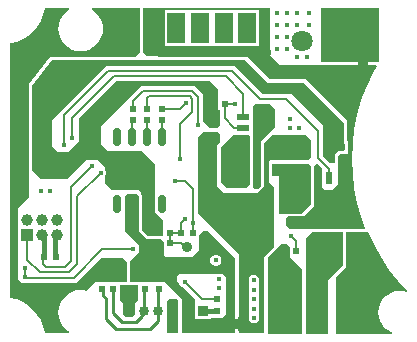
<source format=gbl>
G04*
G04 #@! TF.GenerationSoftware,Altium Limited,Altium Designer,22.10.1 (41)*
G04*
G04 Layer_Physical_Order=4*
G04 Layer_Color=16711680*
%FSLAX25Y25*%
%MOIN*%
G70*
G04*
G04 #@! TF.SameCoordinates,423579F9-A912-4673-8900-DDE07351D98F*
G04*
G04*
G04 #@! TF.FilePolarity,Positive*
G04*
G01*
G75*
%ADD20R,0.02362X0.02362*%
%ADD21R,0.04331X0.02362*%
%ADD22R,0.02362X0.01968*%
%ADD23R,0.03150X0.03543*%
%ADD27R,0.01968X0.02362*%
%ADD30R,0.02362X0.02362*%
%ADD61C,0.00799*%
%ADD62C,0.00591*%
%ADD63C,0.00551*%
%ADD64C,0.01500*%
%ADD66C,0.01000*%
%ADD67C,0.07087*%
%ADD68C,0.03347*%
%ADD69R,0.03347X0.03347*%
%ADD70C,0.03937*%
%ADD71R,0.03937X0.03937*%
%ADD72R,0.05906X0.09843*%
G04:AMPARAMS|DCode=73|XSize=98.43mil|YSize=59.06mil|CornerRadius=0mil|HoleSize=0mil|Usage=FLASHONLY|Rotation=90.000|XOffset=0mil|YOffset=0mil|HoleType=Round|Shape=Octagon|*
%AMOCTAGOND73*
4,1,8,0.01476,0.04921,-0.01476,0.04921,-0.02953,0.03445,-0.02953,-0.03445,-0.01476,-0.04921,0.01476,-0.04921,0.02953,-0.03445,0.02953,0.03445,0.01476,0.04921,0.0*
%
%ADD73OCTAGOND73*%

%ADD74R,0.07087X0.11811*%
G04:AMPARAMS|DCode=75|XSize=118.11mil|YSize=70.87mil|CornerRadius=17.72mil|HoleSize=0mil|Usage=FLASHONLY|Rotation=270.000|XOffset=0mil|YOffset=0mil|HoleType=Round|Shape=RoundedRectangle|*
%AMROUNDEDRECTD75*
21,1,0.11811,0.03543,0,0,270.0*
21,1,0.08268,0.07087,0,0,270.0*
1,1,0.03543,-0.01772,-0.04134*
1,1,0.03543,-0.01772,0.04134*
1,1,0.03543,0.01772,0.04134*
1,1,0.03543,0.01772,-0.04134*
%
%ADD75ROUNDEDRECTD75*%
%ADD76C,0.01772*%
%ADD77C,0.02000*%
%ADD78R,0.03937X0.05118*%
%ADD79R,0.02000X0.05000*%
%ADD80C,0.03500*%
%ADD81R,0.02362X0.04331*%
%ADD82R,0.05118X0.03937*%
%ADD83R,0.05000X0.02000*%
G04:AMPARAMS|DCode=84|XSize=57.09mil|YSize=25.59mil|CornerRadius=6.4mil|HoleSize=0mil|Usage=FLASHONLY|Rotation=270.000|XOffset=0mil|YOffset=0mil|HoleType=Round|Shape=RoundedRectangle|*
%AMROUNDEDRECTD84*
21,1,0.05709,0.01280,0,0,270.0*
21,1,0.04429,0.02559,0,0,270.0*
1,1,0.01280,-0.00640,-0.02215*
1,1,0.01280,-0.00640,0.02215*
1,1,0.01280,0.00640,0.02215*
1,1,0.01280,0.00640,-0.02215*
%
%ADD84ROUNDEDRECTD84*%
%ADD85R,0.01200X0.03500*%
%ADD86R,0.03500X0.01200*%
G36*
X45420Y95790D02*
X43680Y94050D01*
X15450D01*
X8490Y85130D01*
Y82490D01*
Y47310D01*
X4700Y43520D01*
X4700Y19880D01*
X5820Y18760D01*
X6578D01*
X6785Y18674D01*
X7535D01*
X7742Y18760D01*
X24160D01*
X32260Y26860D01*
X39860D01*
X41030Y25689D01*
Y19450D01*
X41057Y19317D01*
X40700Y18960D01*
X30410D01*
X27475Y16025D01*
X27042Y16157D01*
X25591Y16300D01*
X24139Y16157D01*
X22743Y15733D01*
X21456Y15045D01*
X20329Y14120D01*
X19403Y12992D01*
X18716Y11706D01*
X18292Y10310D01*
X18149Y8858D01*
X18292Y7406D01*
X18716Y6011D01*
X19403Y4724D01*
X20329Y3596D01*
X21456Y2671D01*
X21790Y2493D01*
X21668Y2008D01*
X13680D01*
X13668Y2165D01*
X13161Y4276D01*
X12330Y6282D01*
X11195Y8134D01*
X9785Y9785D01*
X8134Y11195D01*
X6282Y12330D01*
X4276Y13161D01*
X2165Y13668D01*
X2008Y13680D01*
Y98525D01*
X2165Y98537D01*
X4276Y99044D01*
X6282Y99875D01*
X8134Y101010D01*
X9785Y102420D01*
X11195Y104071D01*
X12330Y105922D01*
X13161Y107929D01*
X13668Y110040D01*
X13680Y110197D01*
X21668D01*
X21790Y109712D01*
X21456Y109534D01*
X20329Y108608D01*
X19403Y107481D01*
X18716Y106194D01*
X18292Y104798D01*
X18149Y103347D01*
X18292Y101895D01*
X18716Y100499D01*
X19403Y99212D01*
X20329Y98085D01*
X21456Y97159D01*
X22743Y96472D01*
X24139Y96048D01*
X25591Y95905D01*
X27042Y96048D01*
X28438Y96472D01*
X29725Y97159D01*
X30852Y98085D01*
X31778Y99212D01*
X32465Y100499D01*
X32889Y101895D01*
X33032Y103347D01*
X32889Y104798D01*
X32465Y106194D01*
X31778Y107481D01*
X30852Y108608D01*
X29725Y109534D01*
X29391Y109712D01*
X29513Y110197D01*
X45420D01*
Y95790D01*
D02*
G37*
G36*
X124961Y92460D02*
X121610D01*
Y92461D01*
X118110D01*
Y92460D01*
X105560D01*
Y106560D01*
X105560Y110197D01*
X124961D01*
Y92460D01*
D02*
G37*
G36*
X87900Y85370D02*
X99820D01*
X113360Y71830D01*
Y62620D01*
X111300D01*
X110480Y61800D01*
Y58940D01*
X110090Y58550D01*
X108620Y58550D01*
X106260Y60910D01*
Y71360D01*
X96060Y81560D01*
X86360D01*
X77060Y90860D01*
X33960D01*
X16049Y72949D01*
Y64380D01*
X18080Y62350D01*
X21400D01*
X25005Y65955D01*
Y68895D01*
X25020Y73510D01*
X37590Y86080D01*
X68490D01*
X71340Y83230D01*
Y77020D01*
X71362Y76998D01*
Y76441D01*
X71919D01*
X72100Y76260D01*
Y71280D01*
X71230Y70410D01*
X68640D01*
X66480Y72570D01*
X66480Y81350D01*
X63580Y84250D01*
X45690D01*
X32330Y70890D01*
X32330Y65040D01*
X34750Y62620D01*
X46030D01*
X50310Y58340D01*
Y42190D01*
X53180Y39320D01*
Y34540D01*
X53084Y34426D01*
X52738Y34178D01*
X52467Y34232D01*
X50286D01*
X50248Y34225D01*
X50210Y34232D01*
X49474D01*
X49236Y34279D01*
X47882D01*
X45889Y36272D01*
Y47850D01*
X45812Y48240D01*
X45810Y48243D01*
Y48790D01*
X45020Y49580D01*
X36120D01*
X33630Y52070D01*
Y54063D01*
X33799Y54232D01*
X34086Y54925D01*
Y55675D01*
X33799Y56368D01*
X33630Y56537D01*
Y57330D01*
X31130Y59830D01*
X27830Y59830D01*
X21460Y53460D01*
X12440D01*
X9509Y56390D01*
Y82490D01*
Y84403D01*
X16049Y93030D01*
X80240D01*
X87900Y85370D01*
D02*
G37*
G36*
X82060Y67684D02*
X82060Y51600D01*
X80750Y50290D01*
X74430D01*
X72260Y52460D01*
Y63860D01*
X76460Y68060D01*
X81684Y68060D01*
X82060Y67684D01*
D02*
G37*
G36*
X90460Y76560D02*
Y70710D01*
X85760Y66010D01*
Y51055D01*
X85078Y50208D01*
X84869Y49999D01*
X83505Y49970D01*
X83060Y50547D01*
Y77690D01*
X83630Y78260D01*
X88760D01*
X90460Y76560D01*
D02*
G37*
G36*
X88771Y94549D02*
X91960Y91360D01*
X118110D01*
Y91261D01*
X121610D01*
Y91360D01*
X123961D01*
X124214Y90929D01*
X122952Y88676D01*
X120879Y84178D01*
X119165Y79531D01*
X117820Y74764D01*
X116854Y69907D01*
X116272Y64988D01*
X116077Y60039D01*
X116272Y55090D01*
X116854Y50172D01*
X117820Y45314D01*
X119165Y40547D01*
X120448Y37070D01*
X120162Y36660D01*
X95500D01*
X94110Y38050D01*
Y40290D01*
X94755Y40935D01*
X99070D01*
X99343Y40990D01*
X99508Y41100D01*
X99940D01*
X103240Y44400D01*
Y57590D01*
X103980Y58330D01*
X104786D01*
X106050Y57066D01*
Y50660D01*
X106890Y49820D01*
X109770D01*
X110446Y50496D01*
X110606D01*
Y50656D01*
X111470Y51520D01*
Y58791D01*
X111499Y58940D01*
Y61049D01*
X112050Y61600D01*
X113360D01*
X113659Y61660D01*
X114500D01*
Y61677D01*
X114779D01*
Y66039D01*
X114500D01*
Y72790D01*
X100780Y86510D01*
X88530D01*
X80880Y94160D01*
X47860D01*
X46460Y95560D01*
Y110197D01*
X88771D01*
Y94549D01*
D02*
G37*
G36*
X102510Y57420D02*
Y45090D01*
X99070Y41650D01*
X91620D01*
Y50340D01*
Y56077D01*
X93823Y58160D01*
X101770D01*
X102510Y57420D01*
D02*
G37*
G36*
X123219Y31539D02*
X125628Y27238D01*
X128366Y23140D01*
X131418Y19269D01*
X134397Y16046D01*
X134121Y15607D01*
X133283Y15862D01*
X131890Y15999D01*
X130497Y15862D01*
X129157Y15455D01*
X127923Y14796D01*
X126840Y13907D01*
X125952Y12825D01*
X125293Y11591D01*
X124886Y10251D01*
X124749Y8858D01*
X124886Y7465D01*
X125293Y6126D01*
X125952Y4891D01*
X126840Y3809D01*
X127923Y2921D01*
X129157Y2261D01*
X129350Y2203D01*
X129276Y1703D01*
X110895D01*
X110542Y2057D01*
X110589Y20529D01*
X114120Y24060D01*
Y35600D01*
X121347D01*
X123219Y31539D01*
D02*
G37*
G36*
X44580Y17930D02*
Y12890D01*
X43610Y11920D01*
Y8480D01*
X42610Y7480D01*
X40560D01*
X39560Y8480D01*
Y12030D01*
X38650Y12940D01*
Y17940D01*
X44570D01*
X44580Y17930D01*
D02*
G37*
G36*
X72160Y68160D02*
Y65660D01*
X71060Y64560D01*
Y50860D01*
X73360Y48560D01*
X84440D01*
X86560Y50680D01*
Y65330D01*
X89300Y68070D01*
X100850D01*
X102510Y66410D01*
Y60352D01*
X101475Y59660D01*
X88660Y59660D01*
X88260Y59260D01*
X88260Y52280D01*
X89660Y50880D01*
X89960Y50580D01*
Y30560D01*
X86760Y27360D01*
Y2008D01*
X78277D01*
Y3328D01*
Y6828D01*
Y28242D01*
X64760Y41760D01*
Y67460D01*
X66260Y68960D01*
X71360D01*
X72160Y68160D01*
D02*
G37*
G36*
X44845Y47875D02*
X44870Y47749D01*
Y35850D01*
X47460Y33260D01*
X49136D01*
X49236Y33240D01*
Y33213D01*
X52367D01*
X52492Y33188D01*
X53320Y32360D01*
Y28070D01*
X53970Y27420D01*
X62670D01*
X65030Y29780D01*
Y34470D01*
X66480Y35920D01*
X67970D01*
X77077Y26812D01*
Y6828D01*
Y2008D01*
X59200D01*
Y13380D01*
X53756Y18824D01*
Y18913D01*
X53666D01*
X53530Y19050D01*
X42450D01*
X42057Y19443D01*
Y19516D01*
X42050Y19550D01*
Y26150D01*
X45040Y29140D01*
Y31230D01*
X40310Y35960D01*
Y47550D01*
X40310D01*
Y47550D01*
X41010Y48250D01*
X44470D01*
X44845Y47875D01*
D02*
G37*
G36*
X58180Y12809D02*
Y2008D01*
X54603D01*
X54250Y2362D01*
X54281Y12731D01*
X54940Y13390D01*
X57600D01*
X58180Y12809D01*
D02*
G37*
G36*
X113160Y24740D02*
X108080Y19660D01*
Y1703D01*
X100790D01*
Y25780D01*
X100810Y33510D01*
X102920Y35620D01*
X113160D01*
Y24740D01*
D02*
G37*
G36*
X95230Y30550D02*
Y27140D01*
X99210Y23160D01*
Y1703D01*
X88093D01*
X88013Y27263D01*
X92350Y31600D01*
X94180D01*
X95230Y30550D01*
D02*
G37*
%LPC*%
G36*
X85094Y109543D02*
X53567D01*
Y97701D01*
X85094D01*
Y109543D01*
D02*
G37*
G36*
X83856Y21452D02*
X82515Y21304D01*
X81571Y20359D01*
Y6160D01*
X82560Y5171D01*
X83959D01*
X84949Y6160D01*
Y20359D01*
X83856Y21452D01*
D02*
G37*
G36*
X70977Y28063D02*
X70227D01*
X69534Y27775D01*
X69003Y27245D01*
X68716Y26552D01*
Y25802D01*
X69003Y25109D01*
X69534Y24578D01*
X70227Y24291D01*
X70977D01*
X71670Y24578D01*
X72201Y25109D01*
X72488Y25802D01*
Y26552D01*
X72201Y27245D01*
X71670Y27775D01*
X70977Y28063D01*
D02*
G37*
G36*
X72135Y21746D02*
X71385D01*
X71346Y21730D01*
X58590D01*
X57640Y21090D01*
Y19265D01*
X58492Y18413D01*
X58689Y17938D01*
X59219Y17407D01*
X59694Y17210D01*
X63547Y13358D01*
X63547Y7315D01*
X63547Y6830D01*
X63547Y6815D01*
X64041Y6815D01*
X68894D01*
Y6830D01*
X72767D01*
X74176Y8239D01*
Y18766D01*
Y20423D01*
X72869Y21730D01*
X72173D01*
X72135Y21746D01*
D02*
G37*
%LPD*%
D20*
X62913Y35394D02*
D03*
X58976D02*
D03*
X51417D02*
D03*
X55354D02*
D03*
X13410Y27165D02*
D03*
X17347D02*
D03*
D21*
X79803Y74094D02*
D03*
Y70354D02*
D03*
Y66614D02*
D03*
X69567Y74094D02*
D03*
Y66614D02*
D03*
D22*
X55354Y31969D02*
D03*
X51417D02*
D03*
X69606Y78425D02*
D03*
X73543D02*
D03*
X73453Y62323D02*
D03*
X69516D02*
D03*
X93425Y29173D02*
D03*
X97362D02*
D03*
X47362Y39409D02*
D03*
X43425D02*
D03*
D23*
X61693Y5000D02*
D03*
X56181D02*
D03*
D27*
X112795Y63858D02*
D03*
Y59921D02*
D03*
X96575Y56732D02*
D03*
Y60669D02*
D03*
D30*
X71063Y9488D02*
D03*
Y13425D02*
D03*
X39843Y20669D02*
D03*
Y16732D02*
D03*
X52756Y76772D02*
D03*
Y72835D02*
D03*
X43386Y16732D02*
D03*
Y20669D02*
D03*
X36399Y16732D02*
D03*
Y20669D02*
D03*
X46929Y16732D02*
D03*
Y20669D02*
D03*
X51575Y16732D02*
D03*
Y20669D02*
D03*
X32856Y16732D02*
D03*
Y20669D02*
D03*
X47638Y72835D02*
D03*
Y76772D02*
D03*
X42913Y72835D02*
D03*
Y76772D02*
D03*
D61*
X52756D02*
X58584D01*
X60540Y78727D01*
X22244Y50544D02*
X29442Y57741D01*
X24528Y47628D02*
X32200Y55300D01*
X24528Y25118D02*
Y47628D01*
X7711Y20417D02*
X23217D01*
X7192Y20449D02*
X7680D01*
X21626Y22217D02*
X24528Y25118D01*
X7835Y26353D02*
X11971Y22217D01*
X21626D01*
X23217Y20417D02*
X32778Y29978D01*
X20335Y24016D02*
X22244Y25925D01*
X13174Y24971D02*
X14129Y24016D01*
X7160Y20417D02*
X7192Y20449D01*
X14129Y24016D02*
X20335D01*
X7680Y20449D02*
X7711Y20417D01*
X32778Y29978D02*
X43055D01*
X7160Y20417D02*
Y23517D01*
X20074Y64656D02*
Y74674D01*
X34747Y89347D02*
X75873D01*
X20074Y74674D02*
X34747Y89347D01*
X22684Y73584D02*
X36607Y87507D01*
X22684Y67025D02*
Y73584D01*
X36607Y87507D02*
X74092D01*
X75873Y89347D02*
X85260Y79960D01*
X94160D02*
X104685Y69435D01*
X85260Y79960D02*
X94160D01*
X104685Y60449D02*
Y69435D01*
X69567Y66614D02*
X69770D01*
X70551Y64488D02*
Y65833D01*
X69770Y66614D02*
X70551Y65833D01*
X75860Y55560D02*
X78333Y58033D01*
X75860Y54260D02*
Y55560D01*
X78333Y58033D02*
Y58972D01*
X77160Y52760D02*
Y57240D01*
X76880Y57520D02*
X78140Y58780D01*
X76880Y57520D02*
X77160Y57240D01*
X78140Y59370D02*
X78449Y59679D01*
X79640D02*
X79960Y59999D01*
X78333Y58972D02*
X79253D01*
X78449Y59679D02*
X79640D01*
X78140Y58780D02*
Y59370D01*
X79253Y58972D02*
X79960Y59679D01*
Y59999D02*
Y60860D01*
Y61660D01*
Y59679D02*
Y59999D01*
X79803Y61660D02*
X79960D01*
X79140Y62323D02*
X79803Y61660D01*
X76653Y62323D02*
X79140D01*
X76850D02*
X78037Y63510D01*
X76653Y62323D02*
X76850D01*
X96260Y45260D02*
X97788Y46788D01*
X99668D01*
X100945Y48065D01*
X95984Y38858D02*
X100669D01*
X109374Y47563D01*
X104689D02*
X109374D01*
X100945Y48065D02*
Y53661D01*
X84646Y53456D02*
Y72915D01*
X84710Y72979D01*
X84582Y53392D02*
X84646Y53456D01*
X22244Y25925D02*
Y50544D01*
X7835Y26353D02*
Y34784D01*
X13174Y24971D02*
Y27119D01*
X46320Y82812D02*
X62623D01*
X61871Y81013D02*
X62825Y80058D01*
X42913Y79405D02*
X46320Y82812D01*
X62623D02*
X64625Y80811D01*
X47638Y80344D02*
X48307Y81013D01*
X61871D01*
X108425Y53661D02*
Y56708D01*
X104685Y60449D02*
X108425Y56708D01*
X73563Y78445D02*
X76909D01*
X73543Y78425D02*
X73563Y78445D01*
X76909D02*
X76929Y78465D01*
X87480Y61457D02*
X88071Y62047D01*
X87480Y44229D02*
Y61457D01*
Y44229D02*
X87520Y44189D01*
X88071Y62047D02*
X91299D01*
X91772Y62520D01*
X113347Y60473D02*
X114978D01*
X115726Y61221D01*
X112795Y59921D02*
X113347Y60473D01*
X104685Y47566D02*
X104689Y47563D01*
X104685Y47566D02*
Y53661D01*
X109374Y47563D02*
X112795Y50984D01*
X74092Y87507D02*
X79803Y81795D01*
X42913Y76772D02*
Y79405D01*
X58749Y60000D02*
Y71542D01*
X62825Y75618D01*
Y80058D01*
X64625Y71486D02*
Y80811D01*
X79803Y74094D02*
Y81795D01*
X47638Y76772D02*
Y80344D01*
X65868Y13425D02*
X71063D01*
X60287Y19006D02*
X65868Y13425D01*
X46871Y20728D02*
X46929Y20669D01*
X42776Y67224D02*
X42845Y67293D01*
Y72766D01*
X42913Y72835D01*
X47707Y67293D02*
Y72766D01*
X47638Y72835D02*
X47707Y72766D01*
Y67293D02*
X47776Y67224D01*
X52766Y67234D02*
X52776Y67224D01*
X52756Y72835D02*
X52766Y72825D01*
Y67234D02*
Y72825D01*
X71181Y49898D02*
X76890Y44189D01*
X104685Y53661D02*
X104685Y53661D01*
X112795Y50984D02*
Y59921D01*
X76732Y70354D02*
X79803D01*
X73543Y73543D02*
X76732Y70354D01*
X73543Y73543D02*
Y78425D01*
X78037Y65833D02*
X78819Y66614D01*
X78037Y63510D02*
Y65833D01*
X78819Y66614D02*
X79803D01*
X97047Y63898D02*
X100945D01*
X93150D02*
X97047D01*
X96575Y60669D02*
Y63425D01*
X97047Y63898D01*
X91772Y62520D02*
X93150Y63898D01*
X96575Y54527D02*
Y56732D01*
Y54527D02*
X97441Y53661D01*
X100945D01*
X91772Y56221D02*
X92283Y56732D01*
X96575D01*
D62*
X97362Y29173D02*
Y32690D01*
X95854Y34198D02*
X97362Y32690D01*
X56913Y52502D02*
X60425D01*
X62953Y49974D01*
Y38819D02*
Y49974D01*
Y35433D02*
Y38819D01*
X63661Y26457D02*
X66433Y29228D01*
Y33260D01*
X51634Y26457D02*
X63661D01*
X51496Y26319D02*
X51634Y26457D01*
X62913Y35394D02*
X62953Y35433D01*
D63*
X55394Y31969D02*
Y35354D01*
Y31969D02*
X58878D01*
X55354D02*
X55394D01*
X58878D02*
X60105Y30741D01*
X60903D01*
X61698D01*
X58976Y35394D02*
Y38634D01*
X60282Y39940D01*
X55354Y35394D02*
X55394Y35354D01*
X55354Y35394D02*
X58976D01*
D64*
X13220Y27165D02*
Y34399D01*
X31460Y95240D02*
X36760D01*
X39595D01*
X2817Y87856D02*
X10820Y95860D01*
X108445Y63878D02*
X108661Y64094D01*
X20695Y60791D02*
X32594D01*
X108661Y64094D02*
Y69173D01*
X79177Y6579D02*
X79427Y6829D01*
X79177Y5079D02*
Y6579D01*
X85660Y31700D02*
X87520Y33559D01*
X93425Y11614D02*
X94724Y10315D01*
X93425Y11614D02*
Y29173D01*
X12835Y34784D02*
X13220Y34399D01*
X17157Y27165D02*
Y33445D01*
X17835Y34124D02*
Y34784D01*
X17157Y33445D02*
X17835Y34124D01*
X39595Y95240D02*
X41684Y97329D01*
X31834Y91834D02*
X78583D01*
X25669Y85669D02*
X31834Y91834D01*
X87520Y33559D02*
Y37103D01*
X101526Y88195D02*
X115726Y73994D01*
X87835Y89724D02*
X89364Y88195D01*
X101526D01*
X87620Y95143D02*
X87835Y95357D01*
Y89724D02*
Y95357D01*
X87870Y95393D01*
X43425Y35354D02*
X46890Y31890D01*
X51339D01*
X51417Y31969D01*
X28463Y20669D02*
X32756D01*
X36299D01*
X2817Y19897D02*
X5833Y16881D01*
X2817Y19897D02*
Y87856D01*
X87870Y95393D02*
Y95945D01*
X49724Y97126D02*
X51708Y95143D01*
X87620D01*
X61299Y9488D02*
X61496Y9291D01*
Y5197D02*
Y9291D01*
Y5197D02*
X61693Y5000D01*
X12200Y65591D02*
X16999Y60791D01*
X32594D02*
X34855Y58531D01*
X16999Y60791D02*
X20695D01*
X37837Y50578D02*
X46117D01*
X47722Y48973D01*
X34855Y53560D02*
X37837Y50578D01*
X47722Y45034D02*
Y48973D01*
Y45034D02*
X47764Y44992D01*
X47776Y39783D02*
Y44980D01*
X34855Y53560D02*
Y58531D01*
X12200Y65591D02*
Y77743D01*
X49724Y97126D02*
Y103543D01*
X49646Y103622D02*
X49724Y103543D01*
X41684Y97329D02*
Y103535D01*
X41772Y103622D01*
X51496Y26319D02*
Y31890D01*
Y20748D02*
Y26319D01*
Y20748D02*
X51575Y20669D01*
X51417Y31969D02*
X51496Y31890D01*
X46929Y20669D02*
X51575D01*
X54134D01*
X61299Y9488D02*
Y13504D01*
X54134Y20669D02*
X61299Y13504D01*
X56279Y9390D02*
X56378Y9488D01*
X76098Y5000D02*
X76177Y5079D01*
X61693Y5000D02*
X76098D01*
X43425Y35354D02*
Y39409D01*
X51339Y35472D02*
X51417Y35394D01*
X48779Y35472D02*
X51339D01*
X47362Y36890D02*
Y39409D01*
Y36890D02*
X48779Y35472D01*
X43386Y20669D02*
X46929D01*
X36299D02*
X39843D01*
X56279Y5098D02*
Y9390D01*
X56181Y5000D02*
X56279Y5098D01*
X66220Y9488D02*
X71063D01*
X71063Y9488D01*
X68504D02*
X71063D01*
X112776Y63878D02*
X112795Y63858D01*
X43022Y39644D02*
Y44734D01*
X42776Y44980D02*
X43022Y44734D01*
D66*
X36399Y8568D02*
X39407Y5560D01*
X44058D01*
X46086Y7588D01*
X37509Y3160D02*
X48793D01*
X51457Y5823D01*
X34160Y6509D02*
X37509Y3160D01*
X36399Y8568D02*
Y16732D01*
X32983Y14637D02*
X34160Y13460D01*
Y6509D02*
Y13460D01*
X32856Y16732D02*
X32983Y16605D01*
Y14637D02*
Y16605D01*
X65100Y85607D02*
X65928D01*
X65100Y85607D02*
X65100Y85607D01*
X45510Y85607D02*
X65100D01*
X20695Y60791D02*
X45510Y85607D01*
X69567Y74094D02*
X69606Y74134D01*
Y78425D01*
X65928Y85607D02*
X69606Y81929D01*
Y78425D02*
Y81929D01*
X46086Y7588D02*
Y9039D01*
X51516Y9547D02*
Y16673D01*
X51457Y9488D02*
X51516Y9547D01*
X51457Y5823D02*
Y9488D01*
X51516Y16673D02*
X51575Y16732D01*
X46086Y9039D02*
X46535Y9488D01*
X46535Y9488D02*
Y16732D01*
X41614D02*
X43386D01*
X39843D02*
X41614D01*
X41614Y9488D02*
Y16732D01*
X41614Y16732D01*
D67*
X109370Y99488D02*
D03*
X99528D02*
D03*
D68*
X41614Y9488D02*
D03*
X46535D02*
D03*
X51457D02*
D03*
X56378D02*
D03*
X61299D02*
D03*
D69*
X66220D02*
D03*
D70*
X17835Y39783D02*
D03*
Y34784D02*
D03*
X12835Y39783D02*
D03*
Y34784D02*
D03*
X7835Y39783D02*
D03*
D71*
Y34784D02*
D03*
D72*
X81142Y103622D02*
D03*
X65394D02*
D03*
X57520D02*
D03*
X49646D02*
D03*
X73268D02*
D03*
D73*
X41772D02*
D03*
D74*
X94724Y10315D02*
D03*
X104567D02*
D03*
D75*
X114409D02*
D03*
D76*
X60540Y78727D02*
D03*
X71760Y17140D02*
D03*
X29442Y57641D02*
D03*
X32200Y55300D02*
D03*
X58749Y60000D02*
D03*
X76890Y33559D02*
D03*
Y37103D02*
D03*
Y40646D02*
D03*
X76890Y44189D02*
D03*
X80433D02*
D03*
X83976D02*
D03*
X87520D02*
D03*
X80433Y40646D02*
D03*
Y37103D02*
D03*
Y33559D02*
D03*
X83976Y40646D02*
D03*
Y37103D02*
D03*
Y33559D02*
D03*
X87520Y40646D02*
D03*
Y37103D02*
D03*
Y33559D02*
D03*
X95260Y73440D02*
D03*
X98440Y70260D02*
D03*
X95260D02*
D03*
X33860Y24060D02*
D03*
X40060D02*
D03*
X36960D02*
D03*
X49760D02*
D03*
X45760D02*
D03*
X68960Y5160D02*
D03*
X65860D02*
D03*
X64360Y3260D02*
D03*
X67460D02*
D03*
X70560D02*
D03*
X73660D02*
D03*
X48360Y96060D02*
D03*
X51460D02*
D03*
X16860Y3960D02*
D03*
Y7060D02*
D03*
X14160Y5560D02*
D03*
Y8660D02*
D03*
X16860Y10160D02*
D03*
X7160Y23517D02*
D03*
Y20560D02*
D03*
X12260Y49360D02*
D03*
X15360D02*
D03*
X20260Y58360D02*
D03*
Y55260D02*
D03*
X23160Y56960D02*
D03*
Y60060D02*
D03*
X18400Y77743D02*
D03*
X15300D02*
D03*
X12200D02*
D03*
X31460Y95860D02*
D03*
X13360Y102060D02*
D03*
X16460D02*
D03*
Y105160D02*
D03*
Y108260D02*
D03*
X36760Y95860D02*
D03*
Y98960D02*
D03*
Y102060D02*
D03*
Y108260D02*
D03*
Y105160D02*
D03*
X95854Y34198D02*
D03*
X84810Y76760D02*
D03*
X107660Y94160D02*
D03*
X111660D02*
D03*
X115660Y96660D02*
D03*
Y100660D02*
D03*
Y104660D02*
D03*
X111660D02*
D03*
X107660D02*
D03*
X123460Y94360D02*
D03*
X120960Y96660D02*
D03*
Y100660D02*
D03*
Y104660D02*
D03*
Y108660D02*
D03*
X115660D02*
D03*
X107660D02*
D03*
X111660D02*
D03*
X97560Y94060D02*
D03*
X101160D02*
D03*
X94260Y96760D02*
D03*
X91160D02*
D03*
Y100760D02*
D03*
Y104760D02*
D03*
Y108760D02*
D03*
X94260Y100760D02*
D03*
Y104760D02*
D03*
X97760D02*
D03*
X101760D02*
D03*
X94260Y108760D02*
D03*
X101760D02*
D03*
X97760D02*
D03*
X69960Y48160D02*
D03*
X83260Y6860D02*
D03*
Y10060D02*
D03*
Y13260D02*
D03*
Y16460D02*
D03*
Y19660D02*
D03*
X70602Y26177D02*
D03*
X71760Y19860D02*
D03*
X89460Y5760D02*
D03*
Y9760D02*
D03*
Y13760D02*
D03*
Y21760D02*
D03*
X93460D02*
D03*
X97460D02*
D03*
X89460Y17760D02*
D03*
X93460D02*
D03*
X97460D02*
D03*
X73760Y53260D02*
D03*
X77360D02*
D03*
X102760Y17660D02*
D03*
X106760D02*
D03*
Y21660D02*
D03*
X102760D02*
D03*
X111260Y33660D02*
D03*
X110760Y29660D02*
D03*
Y25660D02*
D03*
X106760D02*
D03*
X102760D02*
D03*
X112760Y17960D02*
D03*
X116760D02*
D03*
X120760Y5560D02*
D03*
Y9960D02*
D03*
Y13960D02*
D03*
Y17960D02*
D03*
X126760Y18160D02*
D03*
Y22160D02*
D03*
X123760Y25260D02*
D03*
X120760Y21760D02*
D03*
X116760D02*
D03*
X119760Y25260D02*
D03*
X115760D02*
D03*
X119760Y29760D02*
D03*
X115760D02*
D03*
X119760Y33760D02*
D03*
X115760D02*
D03*
X80660Y59760D02*
D03*
Y63760D02*
D03*
X96260Y49460D02*
D03*
X101260D02*
D03*
X96260Y45460D02*
D03*
X101260D02*
D03*
X84810Y73579D02*
D03*
X76929Y78465D02*
D03*
X56913Y52502D02*
D03*
X43055Y29978D02*
D03*
X20074Y64656D02*
D03*
X22684Y67025D02*
D03*
X60287Y19006D02*
D03*
X66433Y33260D02*
D03*
X64643Y71468D02*
D03*
X60282Y39940D02*
D03*
X84282Y52492D02*
D03*
X95984Y38858D02*
D03*
X62953Y38819D02*
D03*
D77*
X26069Y85569D02*
D03*
D78*
X74980Y57520D02*
D03*
X68681D02*
D03*
D79*
X79177Y5079D02*
D03*
X76177D02*
D03*
D80*
X60903Y30741D02*
D03*
D81*
X100945Y63898D02*
D03*
X108425D02*
D03*
X100945Y53661D02*
D03*
X104685D02*
D03*
X108425D02*
D03*
D82*
X91772Y62520D02*
D03*
Y56221D02*
D03*
D83*
X119860Y90360D02*
D03*
Y93360D02*
D03*
D84*
X52776Y44980D02*
D03*
X47776D02*
D03*
X37776D02*
D03*
X52776Y67224D02*
D03*
X47776D02*
D03*
X42776D02*
D03*
X37776D02*
D03*
X42776Y44980D02*
D03*
D85*
X77677Y5078D02*
D03*
D86*
X119860Y91861D02*
D03*
M02*

</source>
